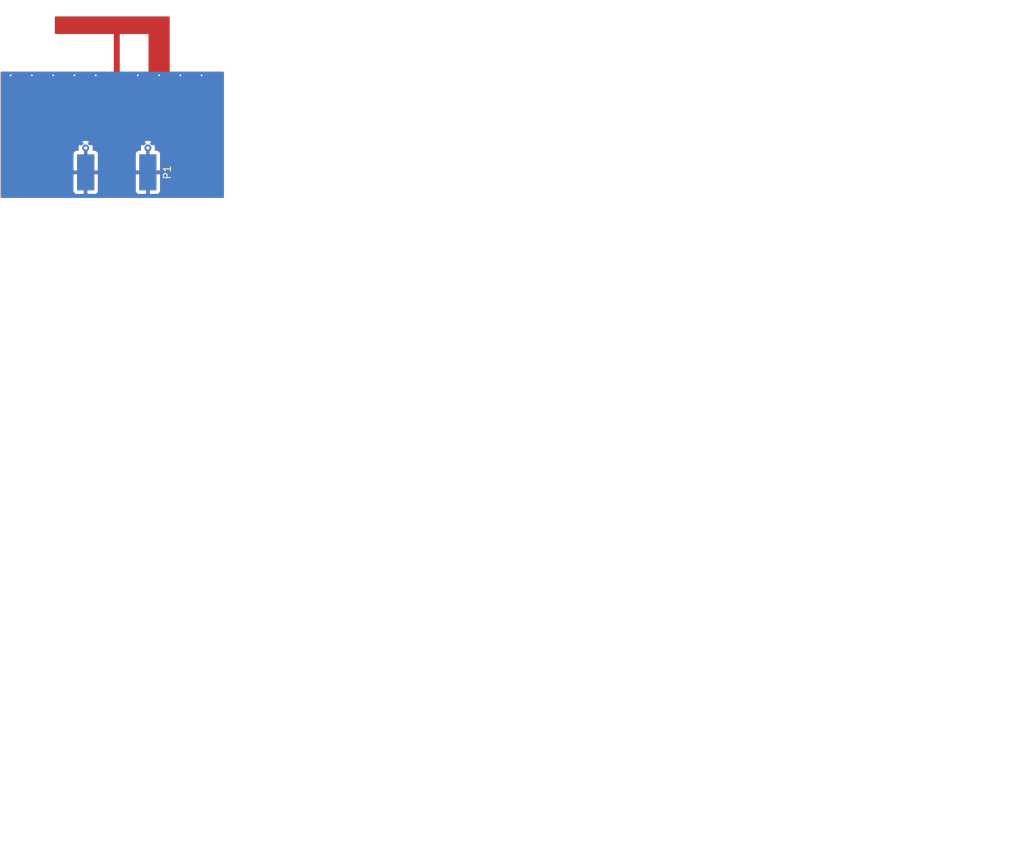
<source format=kicad_pcb>
(kicad_pcb (version 4) (host pcbnew 4.0.5)

  (general
    (links 10)
    (no_connects 2)
    (area 128.398599 72.315399 272.295714 194.39)
    (thickness 1.6)
    (drawings 7)
    (tracks 9)
    (zones 0)
    (modules 1)
    (nets 2)
  )

  (page A4)
  (layers
    (0 F.Cu signal)
    (31 B.Cu signal)
    (32 B.Adhes user)
    (33 F.Adhes user)
    (34 B.Paste user)
    (35 F.Paste user)
    (36 B.SilkS user)
    (37 F.SilkS user)
    (38 B.Mask user)
    (39 F.Mask user)
    (40 Dwgs.User user)
    (41 Cmts.User user)
    (42 Eco1.User user)
    (43 Eco2.User user)
    (44 Edge.Cuts user)
    (45 Margin user)
    (46 B.CrtYd user)
    (47 F.CrtYd user)
    (48 B.Fab user)
    (49 F.Fab user)
  )

  (setup
    (last_trace_width 0.127)
    (trace_clearance 0.254)
    (zone_clearance 0.254)
    (zone_45_only yes)
    (trace_min 0.127)
    (segment_width 0.2)
    (edge_width 0.15)
    (via_size 0.3556)
    (via_drill 0.254)
    (via_min_size 0.254)
    (via_min_drill 0.254)
    (uvia_size 0.2032)
    (uvia_drill 0.1524)
    (uvias_allowed no)
    (uvia_min_size 0.2032)
    (uvia_min_drill 0.1524)
    (pcb_text_width 0.3)
    (pcb_text_size 1.5 1.5)
    (mod_edge_width 0.15)
    (mod_text_size 1 1)
    (mod_text_width 0.15)
    (pad_size 1.524 1.524)
    (pad_drill 0.762)
    (pad_to_mask_clearance 0.2)
    (aux_axis_origin 128.4986 100.203)
    (grid_origin 128.4986 100.203)
    (visible_elements 7FFFFFFF)
    (pcbplotparams
      (layerselection 0x030f0_80000001)
      (usegerberextensions false)
      (excludeedgelayer true)
      (linewidth 0.127000)
      (plotframeref false)
      (viasonmask false)
      (mode 1)
      (useauxorigin true)
      (hpglpennumber 1)
      (hpglpenspeed 20)
      (hpglpendiameter 15)
      (hpglpenoverlay 2)
      (psnegative false)
      (psa4output false)
      (plotreference true)
      (plotvalue true)
      (plotinvisibletext false)
      (padsonsilk false)
      (subtractmaskfromsilk false)
      (outputformat 1)
      (mirror false)
      (drillshape 0)
      (scaleselection 1)
      (outputdirectory ""))
  )

  (net 0 "")
  (net 1 GND)

  (net_class Default "This is the default net class."
    (clearance 0.254)
    (trace_width 0.127)
    (via_dia 0.3556)
    (via_drill 0.254)
    (uvia_dia 0.2032)
    (uvia_drill 0.1524)
    (add_net GND)
  )

  (module Connectors_Molex:Molex_SMA_Jack_Edge_Mount (layer F.Cu) (tedit 587D2992) (tstamp 58ABEA23)
    (at 144.8435 94.8817 90)
    (descr "Molex SMA Jack, Edge Mount, http://www.molex.com/pdm_docs/sd/732511150_sd.pdf")
    (tags "sma edge")
    (path /58ABE521)
    (attr smd)
    (fp_text reference P1 (at -1.72 7.11 90) (layer F.SilkS)
      (effects (font (size 1 1) (thickness 0.15)))
    )
    (fp_text value CONN_01X02 (at -1.72 -7.11 90) (layer F.Fab)
      (effects (font (size 1 1) (thickness 0.15)))
    )
    (fp_line (start -4.76 -0.38) (end 0.49 -0.38) (layer F.Fab) (width 0.1))
    (fp_line (start -4.76 0.38) (end 0.49 0.38) (layer F.Fab) (width 0.1))
    (fp_line (start 0.49 -0.38) (end 0.49 0.38) (layer F.Fab) (width 0.1))
    (fp_line (start 0.49 3.75) (end 0.49 4.76) (layer F.Fab) (width 0.1))
    (fp_line (start 0.49 -4.76) (end 0.49 -3.75) (layer F.Fab) (width 0.1))
    (fp_line (start -14.29 -6.09) (end -14.29 6.09) (layer F.CrtYd) (width 0.05))
    (fp_line (start -14.29 6.09) (end 2.71 6.09) (layer F.CrtYd) (width 0.05))
    (fp_line (start 2.71 -6.09) (end 2.71 6.09) (layer B.CrtYd) (width 0.05))
    (fp_line (start -14.29 -6.09) (end 2.71 -6.09) (layer B.CrtYd) (width 0.05))
    (fp_line (start -14.29 -6.09) (end -14.29 6.09) (layer B.CrtYd) (width 0.05))
    (fp_line (start -14.29 6.09) (end 2.71 6.09) (layer B.CrtYd) (width 0.05))
    (fp_line (start 2.71 -6.09) (end 2.71 6.09) (layer F.CrtYd) (width 0.05))
    (fp_line (start 2.71 -6.09) (end -14.29 -6.09) (layer F.CrtYd) (width 0.05))
    (fp_line (start -4.76 -3.75) (end 0.49 -3.75) (layer F.Fab) (width 0.1))
    (fp_line (start -4.76 3.75) (end 0.49 3.75) (layer F.Fab) (width 0.1))
    (fp_line (start -13.79 -2.65) (end -5.91 -2.65) (layer F.Fab) (width 0.1))
    (fp_line (start -13.79 -2.65) (end -13.79 2.65) (layer F.Fab) (width 0.1))
    (fp_line (start -13.79 2.65) (end -5.91 2.65) (layer F.Fab) (width 0.1))
    (fp_line (start -4.76 -3.75) (end -4.76 3.75) (layer F.Fab) (width 0.1))
    (fp_line (start 0.49 -4.76) (end -5.91 -4.76) (layer F.Fab) (width 0.1))
    (fp_line (start -5.91 -4.76) (end -5.91 4.76) (layer F.Fab) (width 0.1))
    (fp_line (start -5.91 4.76) (end 0.49 4.76) (layer F.Fab) (width 0.1))
    (pad 1 smd rect (at -1.72 0 90) (size 5.08 2.29) (layers F.Cu F.Paste F.Mask)
      (net 1 GND))
    (pad 2 smd rect (at -1.72 -4.38 90) (size 5.08 2.42) (layers F.Cu F.Paste F.Mask)
      (net 1 GND))
    (pad 2 smd rect (at -1.72 4.38 90) (size 5.08 2.42) (layers F.Cu F.Paste F.Mask)
      (net 1 GND))
    (pad 2 smd rect (at -1.72 -4.38 90) (size 5.08 2.42) (layers B.Cu B.Paste B.Mask)
      (net 1 GND))
    (pad 2 smd rect (at -1.72 4.38 90) (size 5.08 2.42) (layers B.Cu B.Paste B.Mask)
      (net 1 GND))
    (pad 2 thru_hole circle (at 1.72 -4.38 90) (size 0.97 0.97) (drill 0.46) (layers *.Cu)
      (net 1 GND))
    (pad 2 thru_hole circle (at 1.72 4.38 90) (size 0.97 0.97) (drill 0.46) (layers *.Cu)
      (net 1 GND))
    (pad 2 smd rect (at 1.27 -4.38 90) (size 0.89 0.46) (layers F.Cu)
      (net 1 GND))
    (pad 2 smd rect (at 1.27 4.38 90) (size 0.89 0.46) (layers F.Cu)
      (net 1 GND))
    (pad 2 smd rect (at 1.27 -4.38 90) (size 0.89 0.46) (layers B.Cu)
      (net 1 GND))
    (pad 2 smd rect (at 1.27 4.38 90) (size 0.89 0.46) (layers B.Cu)
      (net 1 GND))
  )

  (gr_text 0.1 (at 270.51 193.04) (layer Cmts.User)
    (effects (font (size 1.5 1.5) (thickness 0.3)))
  )
  (gr_text "February 20, 2017" (at 217.17 193.04) (layer Cmts.User)
    (effects (font (size 1.5 1.5) (thickness 0.3)))
  )
  (gr_text "Simple Inverted F Antenna Test Board" (at 208.28 189.23) (layer Cmts.User)
    (effects (font (size 1.5 1.5) (thickness 0.3)))
  )
  (gr_line (start 159.9184 100.203) (end 128.4986 100.203) (angle 90) (layer Margin) (width 0.2))
  (gr_line (start 159.9184 72.4154) (end 159.9184 100.203) (angle 90) (layer Margin) (width 0.2))
  (gr_line (start 128.4986 72.4154) (end 159.9184 72.4154) (angle 90) (layer Margin) (width 0.2))
  (gr_line (start 128.4986 100.203) (end 128.4986 72.4154) (angle 90) (layer Margin) (width 0.2))

  (via (at 156.7942 82.931) (size 0.3556) (drill 0.254) (layers F.Cu B.Cu) (net 1))
  (via (at 153.797 82.931) (size 0.3556) (drill 0.254) (layers F.Cu B.Cu) (net 1))
  (via (at 150.7998 82.931) (size 0.3556) (drill 0.254) (layers F.Cu B.Cu) (net 1))
  (via (at 147.8026 82.931) (size 0.3556) (drill 0.254) (layers F.Cu B.Cu) (net 1))
  (via (at 141.8844 82.931) (size 0.3556) (drill 0.254) (layers F.Cu B.Cu) (net 1))
  (via (at 138.8872 82.931) (size 0.3556) (drill 0.254) (layers F.Cu B.Cu) (net 1))
  (via (at 135.89 82.931) (size 0.3556) (drill 0.254) (layers F.Cu B.Cu) (net 1))
  (via (at 132.8928 82.931) (size 0.3556) (drill 0.254) (layers F.Cu B.Cu) (net 1))
  (via (at 129.8956 82.931) (size 0.3556) (drill 0.254) (layers F.Cu B.Cu) (net 1))

  (zone (net 1) (net_name GND) (layer F.Cu) (tstamp 58ABEBAE) (hatch edge 0.508)
    (connect_pads (clearance 0.254))
    (min_thickness 0.254)
    (fill yes (arc_segments 16) (thermal_gap 0.508) (thermal_bridge_width 0.508))
    (polygon
      (pts
        (xy 128.4986 82.423) (xy 143.4338 82.423) (xy 143.4338 94.3356) (xy 143.6878 94.3356) (xy 143.6878 82.423)
        (xy 144.4244 82.423) (xy 144.4244 77.1144) (xy 136.1186 77.1144) (xy 136.1186 74.6252) (xy 152.2984 74.6252)
        (xy 152.2984 82.423) (xy 159.9184 82.423) (xy 159.9184 100.203) (xy 128.4986 100.203)
      )
    )
    (polygon
      (pts        (xy 145.2626 77.1144) (xy 145.2626 82.423) (xy 145.9992 82.423) (xy 145.9992 94.3356) (xy 146.2532 94.3356)
        (xy 146.2532 82.423) (xy 149.3012 82.423) (xy 149.3012 77.1144)
      )
    )
    (filled_polygon
      (pts
        (xy 152.1714 82.423) (xy 152.181406 82.47241) (xy 152.209847 82.514035) (xy 152.252241 82.541315) (xy 152.2984 82.55)
        (xy 159.7914 82.55) (xy 159.7914 100.076) (xy 128.6256 100.076) (xy 128.6256 96.88745) (xy 138.6185 96.88745)
        (xy 138.6185 99.268009) (xy 138.715173 99.501398) (xy 138.893801 99.680027) (xy 139.12719 99.7767) (xy 140.17775 99.7767)
        (xy 140.3365 99.61795) (xy 140.3365 96.7287) (xy 140.5905 96.7287) (xy 140.5905 99.61795) (xy 140.74925 99.7767)
        (xy 141.79981 99.7767) (xy 142.033199 99.680027) (xy 142.211827 99.501398) (xy 142.3085 99.268009) (xy 142.3085 96.88745)
        (xy 142.14975 96.7287) (xy 140.5905 96.7287) (xy 140.3365 96.7287) (xy 138.77725 96.7287) (xy 138.6185 96.88745)
        (xy 128.6256 96.88745) (xy 128.6256 93.935391) (xy 138.6185 93.935391) (xy 138.6185 96.31595) (xy 138.77725 96.4747)
        (xy 140.3365 96.4747) (xy 140.3365 96.4547) (xy 140.5905 96.4547) (xy 140.5905 96.4747) (xy 142.14975 96.4747)
        (xy 142.3085 96.31595) (xy 142.3085 93.935391) (xy 142.211827 93.702002) (xy 142.033199 93.523373) (xy 141.79981 93.4267)
        (xy 141.555629 93.4267) (xy 141.596649 93.303136) (xy 141.564518 92.858732) (xy 141.456268 92.597392) (xy 141.2427 92.562105)
        (xy 141.114815 92.68999) (xy 141.053199 92.628373) (xy 140.886338 92.559257) (xy 141.063095 92.3825) (xy 141.027808 92.168932)
        (xy 140.604936 92.028551) (xy 140.160532 92.060682) (xy 139.899192 92.168932) (xy 139.863905 92.3825) (xy 140.040662 92.559257)
        (xy 139.873801 92.628373) (xy 139.812185 92.68999) (xy 139.6843 92.562105) (xy 139.470732 92.597392) (xy 139.330351 93.020264)
        (xy 139.359737 93.4267) (xy 139.12719 93.4267) (xy 138.893801 93.523373) (xy 138.715173 93.702002) (xy 138.6185 93.935391)
        (xy 128.6256 93.935391) (xy 128.6256 82.55) (xy 143.3068 82.55) (xy 143.3068 93.555374) (xy 143.160173 93.702002)
        (xy 143.0635 93.935391) (xy 143.0635 96.31595) (xy 143.0655 96.31795) (xy 143.0655 96.88545) (xy 143.0635 96.88745)
        (xy 143.0635 99.268009) (xy 143.160173 99.501398) (xy 143.338801 99.680027) (xy 143.57219 99.7767) (xy 144.55775 99.7767)
        (xy 144.56325 99.7712) (xy 145.12375 99.7712) (xy 145.12925 99.7767) (xy 146.11481 99.7767) (xy 146.348199 99.680027)
        (xy 146.526827 99.501398) (xy 146.6235 99.268009) (xy 146.6235 96.88745) (xy 147.3785 96.88745) (xy 147.3785 99.268009)
        (xy 147.475173 99.501398) (xy 147.653801 99.680027) (xy 147.88719 99.7767) (xy 148.93775 99.7767) (xy 149.0965 99.61795)
        (xy 149.0965 96.7287) (xy 149.3505 96.7287) (xy 149.3505 99.61795) (xy 149.50925 99.7767) (xy 150.55981 99.7767)
        (xy 150.793199 99.680027) (xy 150.971827 99.501398) (xy 151.0685 99.268009) (xy 151.0685 96.88745) (xy 150.90975 96.7287)
        (xy 149.3505 96.7287) (xy 149.0965 96.7287) (xy 147.53725 96.7287) (xy 147.3785 96.88745) (xy 146.6235 96.88745)
        (xy 146.6215 96.88545) (xy 146.6215 96.31795) (xy 146.6235 96.31595) (xy 146.6235 93.935391) (xy 147.3785 93.935391)
        (xy 147.3785 96.31595) (xy 147.53725 96.4747) (xy 149.0965 96.4747) (xy 149.0965 96.4547) (xy 149.3505 96.4547)
        (xy 149.3505 96.4747) (xy 150.90975 96.4747) (xy 151.0685 96.31595) (xy 151.0685 93.935391) (xy 150.971827 93.702002)
        (xy 150.793199 93.523373) (xy 150.55981 93.4267) (xy 150.315629 93.4267) (xy 150.356649 93.303136) (xy 150.324518 92.858732)
        (xy 150.216268 92.597392) (xy 150.0027 92.562105) (xy 149.874815 92.68999) (xy 149.813199 92.628373) (xy 149.646338 92.559257)
        (xy 149.823095 92.3825) (xy 149.787808 92.168932) (xy 149.364936 92.028551) (xy 148.920532 92.060682) (xy 148.659192 92.168932)
        (xy 148.623905 92.3825) (xy 148.800662 92.559257) (xy 148.633801 92.628373) (xy 148.572185 92.68999) (xy 148.4443 92.562105)
        (xy 148.230732 92.597392) (xy 148.090351 93.020264) (xy 148.119737 93.4267) (xy 147.88719 93.4267) (xy 147.653801 93.523373)
        (xy 147.475173 93.702002) (xy 147.3785 93.935391) (xy 146.6235 93.935391) (xy 146.526827 93.702002) (xy 146.3802 93.555374)
        (xy 146.3802 82.55) (xy 149.3012 82.55) (xy 149.35061 82.539994) (xy 149.392235 82.511553) (xy 149.419515 82.469159)
        (xy 149.4282 82.423) (xy 149.4282 77.1144) (xy 149.418194 77.06499) (xy 149.389753 77.023365) (xy 149.347359 76.996085)
        (xy 149.3012 76.9874) (xy 145.2626 76.9874) (xy 145.21319 76.997406) (xy 145.171565 77.025847) (xy 145.144285 77.068241)
        (xy 145.1356 77.1144) (xy 145.1356 82.423) (xy 145.145606 82.47241) (xy 145.174047 82.514035) (xy 145.216441 82.541315)
        (xy 145.2626 82.55) (xy 145.8722 82.55) (xy 145.8722 93.4267) (xy 145.12925 93.4267) (xy 144.9705 93.58545)
        (xy 144.9705 96.8248) (xy 144.7165 96.8248) (xy 144.7165 93.58545) (xy 144.55775 93.4267) (xy 143.8148 93.4267)
        (xy 143.8148 82.55) (xy 144.4244 82.55) (xy 144.47381 82.539994) (xy 144.515435 82.511553) (xy 144.542715 82.469159)
        (xy 144.5514 82.423) (xy 144.5514 77.1144) (xy 144.541394 77.06499) (xy 144.512953 77.023365) (xy 144.470559 76.996085)
        (xy 144.4244 76.9874) (xy 136.2456 76.9874) (xy 136.2456 74.7522) (xy 152.1714 74.7522)
      )
    )
  )
  (zone (net 0) (net_name "") (layer F.Cu) (tstamp 58ABF153) (hatch edge 0.508)
    (connect_pads (clearance 0.254))
    (min_thickness 0.254)
    (keepout (tracks not_allowed) (vias not_allowed) (copperpour not_allowed))
    (fill yes (arc_segments 16) (thermal_gap 0.508) (thermal_bridge_width 0.508))
    (polygon
      (pts
        (xy 144.5895 96.9518) (xy 145.1737 96.9518) (xy 145.1737 99.6442) (xy 144.5133 99.6442) (xy 144.5133 96.9518)
        (xy 143.1925 96.9518) (xy 143.1925 96.266) (xy 144.5895 96.266)
      )
    )
  )
  (zone (net 0) (net_name "") (layer F.Cu) (tstamp 58ABF16D) (hatch edge 0.508)
    (connect_pads (clearance 0.254))
    (min_thickness 0.254)
    (keepout (tracks not_allowed) (vias not_allowed) (copperpour not_allowed))
    (fill yes (arc_segments 16) (thermal_gap 0.508) (thermal_bridge_width 0.508))
    (polygon
      (pts
        (xy 146.4945 96.9391) (xy 145.0975 96.9391) (xy 145.0975 96.266) (xy 146.4945 96.266)
      )
    )
  )
  (zone (net 1) (net_name GND) (layer B.Cu) (tstamp 58ABEBAE) (hatch edge 0.508)
    (connect_pads (clearance 0.254))
    (min_thickness 0.254)
    (fill yes (arc_segments 16) (thermal_gap 0.508) (thermal_bridge_width 0.508))
    (polygon
      (pts
        (xy 159.9184 100.203) (xy 128.4986 100.203) (xy 128.4986 82.423) (xy 159.9184 82.423)
      )
    )
    (filled_polygon
      (pts
        (xy 159.7914 100.076) (xy 128.6256 100.076) (xy 128.6256 96.88745) (xy 138.6185 96.88745) (xy 138.6185 99.268009)
        (xy 138.715173 99.501398) (xy 138.893801 99.680027) (xy 139.12719 99.7767) (xy 140.17775 99.7767) (xy 140.3365 99.61795)
        (xy 140.3365 96.7287) (xy 140.5905 96.7287) (xy 140.5905 99.61795) (xy 140.74925 99.7767) (xy 141.79981 99.7767)
        (xy 142.033199 99.680027) (xy 142.211827 99.501398) (xy 142.3085 99.268009) (xy 142.3085 96.88745) (xy 147.3785 96.88745)
        (xy 147.3785 99.268009) (xy 147.475173 99.501398) (xy 147.653801 99.680027) (xy 147.88719 99.7767) (xy 148.93775 99.7767)
        (xy 149.0965 99.61795) (xy 149.0965 96.7287) (xy 149.3505 96.7287) (xy 149.3505 99.61795) (xy 149.50925 99.7767)
        (xy 150.55981 99.7767) (xy 150.793199 99.680027) (xy 150.971827 99.501398) (xy 151.0685 99.268009) (xy 151.0685 96.88745)
        (xy 150.90975 96.7287) (xy 149.3505 96.7287) (xy 149.0965 96.7287) (xy 147.53725 96.7287) (xy 147.3785 96.88745)
        (xy 142.3085 96.88745) (xy 142.14975 96.7287) (xy 140.5905 96.7287) (xy 140.3365 96.7287) (xy 138.77725 96.7287)
        (xy 138.6185 96.88745) (xy 128.6256 96.88745) (xy 128.6256 93.935391) (xy 138.6185 93.935391) (xy 138.6185 96.31595)
        (xy 138.77725 96.4747) (xy 140.3365 96.4747) (xy 140.3365 96.4547) (xy 140.5905 96.4547) (xy 140.5905 96.4747)
        (xy 142.14975 96.4747) (xy 142.3085 96.31595) (xy 142.3085 93.935391) (xy 147.3785 93.935391) (xy 147.3785 96.31595)
        (xy 147.53725 96.4747) (xy 149.0965 96.4747) (xy 149.0965 96.4547) (xy 149.3505 96.4547) (xy 149.3505 96.4747)
        (xy 150.90975 96.4747) (xy 151.0685 96.31595) (xy 151.0685 93.935391) (xy 150.971827 93.702002) (xy 150.793199 93.523373)
        (xy 150.55981 93.4267) (xy 150.315629 93.4267) (xy 150.356649 93.303136) (xy 150.324518 92.858732) (xy 150.216268 92.597392)
        (xy 150.0027 92.562105) (xy 149.874815 92.68999) (xy 149.813199 92.628373) (xy 149.646338 92.559257) (xy 149.823095 92.3825)
        (xy 149.787808 92.168932) (xy 149.364936 92.028551) (xy 148.920532 92.060682) (xy 148.659192 92.168932) (xy 148.623905 92.3825)
        (xy 148.800662 92.559257) (xy 148.633801 92.628373) (xy 148.572185 92.68999) (xy 148.4443 92.562105) (xy 148.230732 92.597392)
        (xy 148.090351 93.020264) (xy 148.119737 93.4267) (xy 147.88719 93.4267) (xy 147.653801 93.523373) (xy 147.475173 93.702002)
        (xy 147.3785 93.935391) (xy 142.3085 93.935391) (xy 142.211827 93.702002) (xy 142.033199 93.523373) (xy 141.79981 93.4267)
        (xy 141.555629 93.4267) (xy 141.596649 93.303136) (xy 141.564518 92.858732) (xy 141.456268 92.597392) (xy 141.2427 92.562105)
        (xy 141.114815 92.68999) (xy 141.053199 92.628373) (xy 140.886338 92.559257) (xy 141.063095 92.3825) (xy 141.027808 92.168932)
        (xy 140.604936 92.028551) (xy 140.160532 92.060682) (xy 139.899192 92.168932) (xy 139.863905 92.3825) (xy 140.040662 92.559257)
        (xy 139.873801 92.628373) (xy 139.812185 92.68999) (xy 139.6843 92.562105) (xy 139.470732 92.597392) (xy 139.330351 93.020264)
        (xy 139.359737 93.4267) (xy 139.12719 93.4267) (xy 138.893801 93.523373) (xy 138.715173 93.702002) (xy 138.6185 93.935391)
        (xy 128.6256 93.935391) (xy 128.6256 82.55) (xy 159.7914 82.55)
      )
    )
  )
)

</source>
